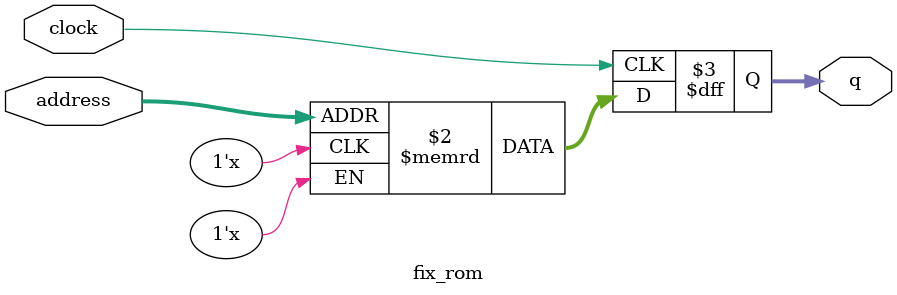
<source format=sv>
module fix_rom (
	input logic clock,
	input logic [9:0] address,
	output logic [3:0] q
);

logic [3:0] memory [0:624] /* synthesis ram_init_file = "./fix/fix.mif" */;

always_ff @ (posedge clock) begin
	q <= memory[address];
end

endmodule

</source>
